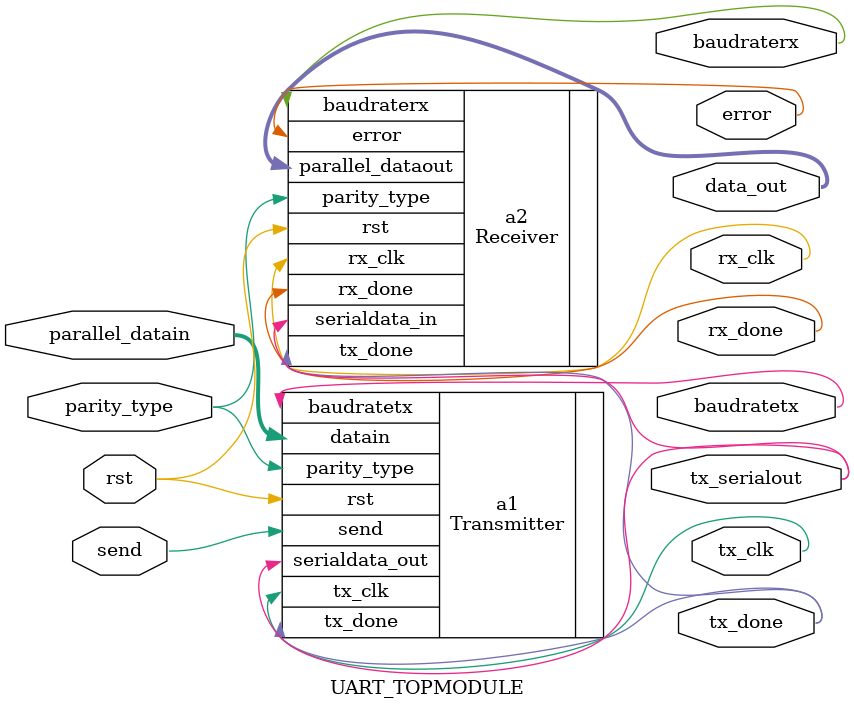
<source format=v>
`timescale 1ns / 1ps
module UART_TOPMODULE
    #(parameter Data_length=8,
                parity_en=0)
     (input [7:0] parallel_datain,
     input rst,send,parity_type,
     output tx_serialout,
     output baudratetx,tx_clk,rx_clk,tx_done,error,
     output rx_done,baudraterx,
     output [7:0] data_out);
    
    Transmitter  #( .Data_length(Data_length),.parity_en(parity_en)) a1 (.datain(parallel_datain),.tx_clk(tx_clk),.rst(rst),.send(send),.parity_type(parity_type),.baudratetx(baudratetx),.serialdata_out(tx_serialout),.tx_done(tx_done));
    Receiver  #( .Data_length(Data_length),.parity_en(parity_en)) a2 (.serialdata_in(tx_serialout),.rx_clk(rx_clk),.rst(rst),.tx_done(tx_done),.parity_type(parity_type),.parallel_dataout(data_out),.error(error), .rx_done(rx_done),.baudraterx(baudraterx));
endmodule




</source>
